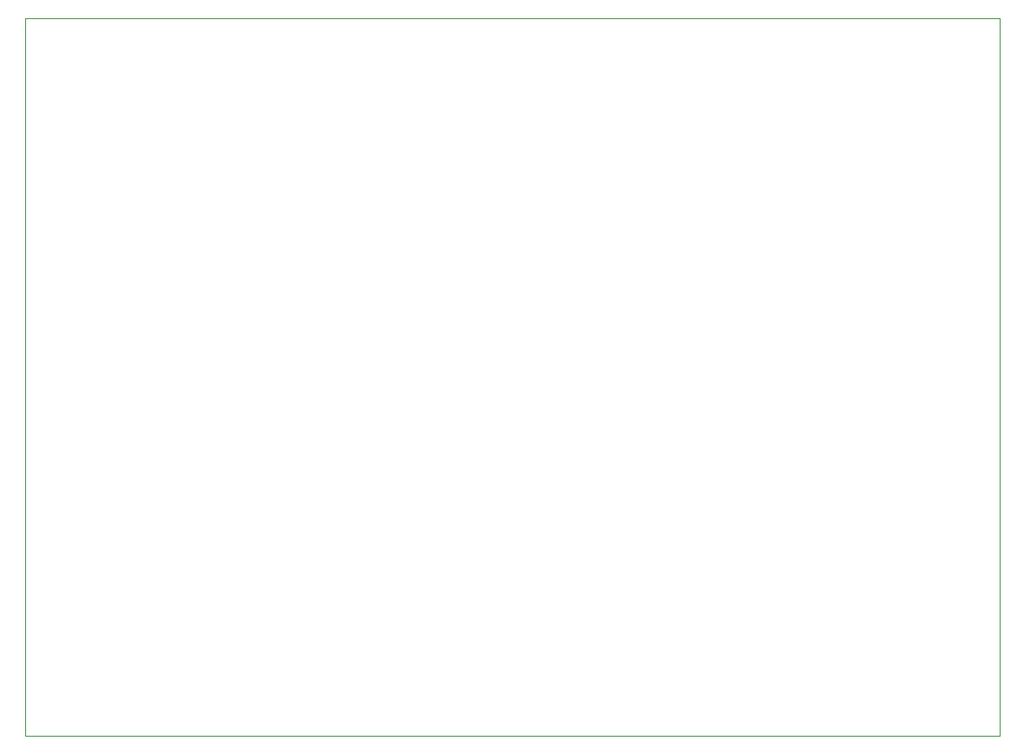
<source format=gbr>
G04 #@! TF.FileFunction,Profile,NP*
%FSLAX46Y46*%
G04 Gerber Fmt 4.6, Leading zero omitted, Abs format (unit mm)*
G04 Created by KiCad (PCBNEW 4.0.6-e0-6349~52~ubuntu17.04.1) date Sun Oct 15 13:20:49 2017*
%MOMM*%
%LPD*%
G01*
G04 APERTURE LIST*
%ADD10C,0.150000*%
%ADD11C,0.100000*%
G04 APERTURE END LIST*
D10*
D11*
X180000000Y-20000000D02*
X180000000Y-90000000D01*
X85000000Y-20000000D02*
X180000000Y-20000000D01*
X180000000Y-90000000D02*
X85000000Y-90000000D01*
X85000000Y-90000000D02*
X85000000Y-20000000D01*
X85000000Y-90000000D02*
X180000000Y-90000000D01*
M02*

</source>
